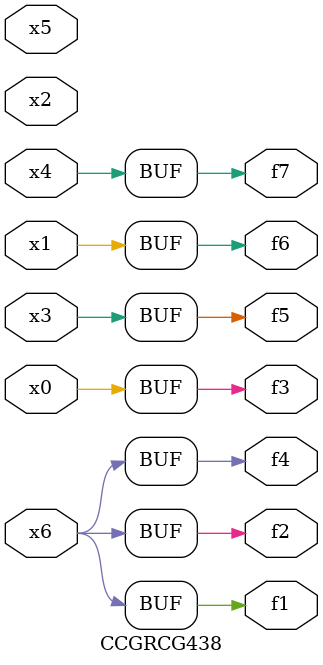
<source format=v>
module CCGRCG438(
	input x0, x1, x2, x3, x4, x5, x6,
	output f1, f2, f3, f4, f5, f6, f7
);
	assign f1 = x6;
	assign f2 = x6;
	assign f3 = x0;
	assign f4 = x6;
	assign f5 = x3;
	assign f6 = x1;
	assign f7 = x4;
endmodule

</source>
